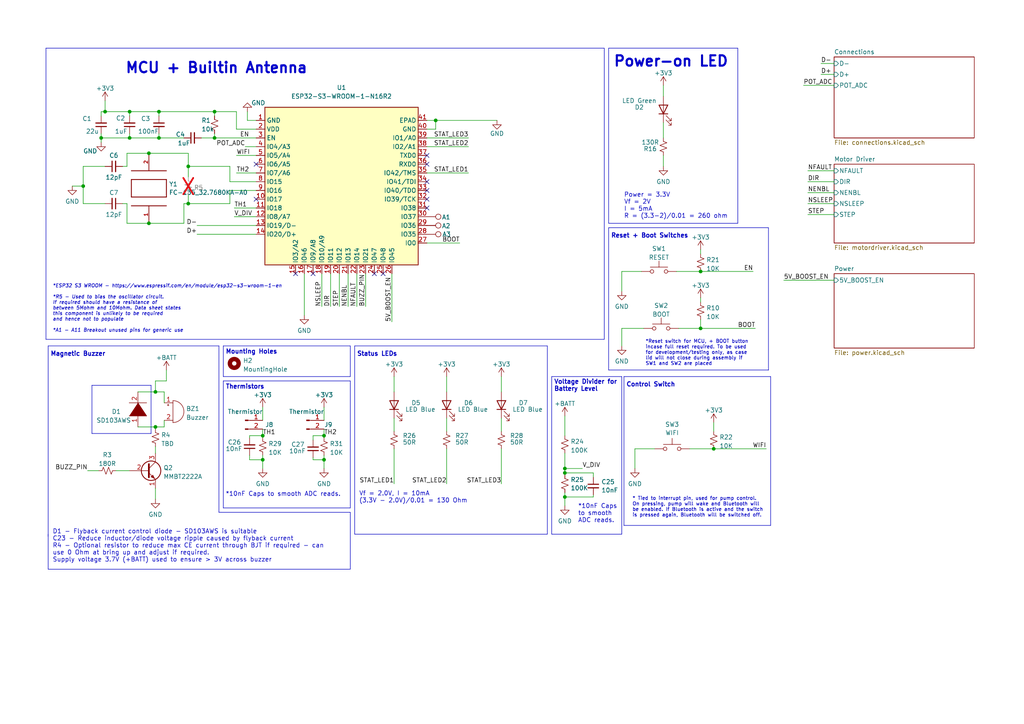
<source format=kicad_sch>
(kicad_sch (version 20250114) (generator "eeschema") (generator_version "9.0")
  (paper "A4")
  (lib_symbols
    (symbol "Connector:Conn_01x02_Male" (pin_names (offset 1.016) (hide yes))
      (property "Reference" "J" (at 0 2.54 0))
      (property "Value" "Conn_01x02_Male" (at 0 -5.08 0))
      (symbol "Conn_01x02_Male_1_1"
        (rectangle (start 0.8636 0.127) (end 0 -0.127) (stroke (width 0.1524)) (fill (type outline)))
        (rectangle (start 0.8636 -2.413) (end 0 -2.667) (stroke (width 0.1524)) (fill (type outline)))
        (polyline (pts (xy 1.27 0) (xy 0.8636 0)) (stroke (width 0.1524)))
        (polyline (pts (xy 1.27 -2.54) (xy 0.8636 -2.54)) (stroke (width 0.1524)))
        (pin passive line (at 5.08 0 180) (length 3.81) (name "Pin_1") (number "1"))
        (pin passive line (at 5.08 -2.54 180) (length 3.81) (name "Pin_2") (number "2"))
      )
    )
    (symbol "Connector:TestPoint" (pin_numbers (hide yes)) (pin_names (offset 0.762) (hide yes))
      (property "Reference" "TP" (at 0 6.858 0))
      (property "Value" "TestPoint" (at 0 5.08 0))
      (symbol "TestPoint_0_1"
        (circle (center 0 3.302) (radius 0.762))
      )
      (symbol "TestPoint_1_1"
        (pin passive line (at 0 0 90) (length 2.54) (name "1") (number "1"))
      )
    )
    (symbol "Device:Buzzer" (pin_names (offset 0.0254) (hide yes))
      (property "Reference" "BZ" (at 3.81 1.27 0))
      (property "Value" "Buzzer" (at 3.81 -1.27 0))
      (symbol "Buzzer_0_1"
        (polyline (pts (xy -1.651 1.905) (xy -1.143 1.905)))
        (polyline (pts (xy -1.397 2.159) (xy -1.397 1.651)))
        (arc (start 0 3.175) (mid 3.1612 0) (end 0 -3.175))
        (polyline (pts (xy 0 3.175) (xy 0 -3.175)))
      )
      (symbol "Buzzer_1_1"
        (pin passive line (at -2.54 2.54 0) (length 2.54) (name "-") (number "1"))
        (pin passive line (at -2.54 -2.54 0) (length 2.54) (name "+") (number "2"))
      )
    )
    (symbol "Device:C_Small" (pin_numbers (hide yes)) (pin_names (offset 0.254) (hide yes))
      (property "Reference" "C" (at 0.254 1.778 0))
      (property "Value" "C_Small" (at 0.254 -2.032 0))
      (symbol "C_Small_0_1"
        (polyline (pts (xy -1.524 0.508) (xy 1.524 0.508)) (stroke (width 0.3048)))
        (polyline (pts (xy -1.524 -0.508) (xy 1.524 -0.508)) (stroke (width 0.3302)))
      )
      (symbol "C_Small_1_1"
        (pin passive line (at 0 2.54 270) (length 2.032) (name "~") (number "1"))
        (pin passive line (at 0 -2.54 90) (length 2.032) (name "~") (number "2"))
      )
    )
    (symbol "Device:LED" (pin_numbers (hide yes)) (pin_names (offset 1.016) (hide yes))
      (property "Reference" "D" (at 0 2.54 0))
      (property "Value" "LED" (at 0 -2.54 0))
      (symbol "LED_0_1"
        (polyline (pts (xy -3.048 -0.762) (xy -4.572 -2.286) (xy -3.81 -2.286) (xy -4.572 -2.286) (xy -4.572 -1.524)))
        (polyline (pts (xy -1.778 -0.762) (xy -3.302 -2.286) (xy -2.54 -2.286) (xy -3.302 -2.286) (xy -3.302 -1.524)))
        (polyline (pts (xy -1.27 0) (xy 1.27 0)))
        (polyline (pts (xy -1.27 -1.27) (xy -1.27 1.27)) (stroke (width 0.254)))
        (polyline (pts (xy 1.27 -1.27) (xy 1.27 1.27) (xy -1.27 0) (xy 1.27 -1.27)) (stroke (width 0.254)))
      )
      (symbol "LED_1_1"
        (pin passive line (at -3.81 0 0) (length 2.54) (name "K") (number "1"))
        (pin passive line (at 3.81 0 180) (length 2.54) (name "A") (number "2"))
      )
    )
    (symbol "Device:R_Small_US" (pin_numbers (hide yes)) (pin_names (offset 0.254) (hide yes))
      (property "Reference" "R" (at 0.762 0.508 0))
      (property "Value" "R_Small_US" (at 0.762 -1.016 0))
      (symbol "R_Small_US_1_1"
        (polyline (pts (xy 0 1.524) (xy 1.016 1.143) (xy 0 0.762) (xy -1.016 0.381) (xy 0 0)))
        (polyline (pts (xy 0 0) (xy 1.016 -0.381) (xy 0 -0.762) (xy -1.016 -1.143) (xy 0 -1.524)))
        (pin passive line (at 0 2.54 270) (length 1.016) (name "~") (number "1"))
        (pin passive line (at 0 -2.54 90) (length 1.016) (name "~") (number "2"))
      )
    )
    (symbol "FC-135_32.7680KA-A0:FC-135_32.7680KA-A0" (pin_names (offset 1.016))
      (property "Reference" "Y" (at -5.0879 6.1055 0))
      (property "Value" "FC-135_32.7680KA-A0" (at -5.0952 -7.6427 0))
      (symbol "FC-135_32.7680KA-A0_0_0"
        (polyline (pts (xy -5.08 5.08) (xy -5.08 -5.08)) (stroke (width 0.254)))
        (polyline (pts (xy -2.54 5.08) (xy 2.54 5.08)) (stroke (width 0.254)))
        (polyline (pts (xy -2.54 -5.08) (xy -2.54 5.08)) (stroke (width 0.254)))
        (polyline (pts (xy 2.54 5.08) (xy 2.54 -5.08)) (stroke (width 0.254)))
        (polyline (pts (xy 2.54 -5.08) (xy -2.54 -5.08)) (stroke (width 0.254)))
        (polyline (pts (xy 5.08 5.08) (xy 5.08 -5.08)) (stroke (width 0.254)))
        (pin passive line (at -10.16 0 0) (length 5.08) (name "~") (number "1"))
        (pin passive line (at 10.16 0 180) (length 5.08) (name "~") (number "2"))
      )
    )
    (symbol "GlucoseWatchschematics:ESP32-S3-WROOM-1"
      (property "Reference" "U" (at -2.54 0 0))
      (property "Value" "ESP32-S3-WROOM-1" (at -11.43 -3.81 0))
      (symbol "ESP32-S3-WROOM-1_0_1"
        (rectangle (start -22.86 21.59) (end 21.59 -24.13) (stroke (width 0.254)) (fill (type background)))
      )
      (symbol "ESP32-S3-WROOM-1_1_1"
        (pin power_in line (at -25.4 17.78 0) (length 2.54) (name "GND") (number "1"))
        (pin power_in line (at -25.4 15.24 0) (length 2.54) (name "VDD") (number "2"))
        (pin input line (at -25.4 12.7 0) (length 2.54) (name "EN") (number "3"))
        (pin bidirectional line (at -25.4 10.16 0) (length 2.54) (name "IO4/A3") (number "4"))
        (pin bidirectional line (at -25.4 7.62 0) (length 2.54) (name "IO5/A4") (number "5"))
        (pin bidirectional line (at -25.4 5.08 0) (length 2.54) (name "IO6/A5") (number "6"))
        (pin bidirectional line (at -25.4 2.54 0) (length 2.54) (name "IO7/A6") (number "7"))
        (pin bidirectional line (at -25.4 0 0) (length 2.54) (name "IO15") (number "8"))
        (pin bidirectional line (at -25.4 -2.54 0) (length 2.54) (name "IO16") (number "9"))
        (pin bidirectional line (at -25.4 -5.08 0) (length 2.54) (name "IO17") (number "10"))
        (pin bidirectional line (at -25.4 -7.62 0) (length 2.54) (name "IO18") (number "11"))
        (pin bidirectional line (at -25.4 -10.16 0) (length 2.54) (name "IO8/A7") (number "12"))
        (pin bidirectional line (at -25.4 -12.7 0) (length 2.54) (name "IO19/D-") (number "13"))
        (pin bidirectional line (at -25.4 -15.24 0) (length 2.54) (name "IO20/D+") (number "14"))
        (pin bidirectional line (at -13.97 -26.67 90) (length 2.54) (name "IO3/A2") (number "15"))
        (pin bidirectional line (at -11.43 -26.67 90) (length 2.54) (name "IO46") (number "16"))
        (pin bidirectional line (at -8.89 -26.67 90) (length 2.54) (name "IO9/A8") (number "17"))
        (pin bidirectional line (at -6.35 -26.67 90) (length 2.54) (name "IO10/A9") (number "18"))
        (pin bidirectional line (at -3.81 -26.67 90) (length 2.54) (name "IO11") (number "19"))
        (pin bidirectional line (at -1.27 -26.67 90) (length 2.54) (name "IO12") (number "20"))
        (pin bidirectional line (at 1.27 -26.67 90) (length 2.54) (name "IO13") (number "21"))
        (pin bidirectional line (at 3.81 -26.67 90) (length 2.54) (name "IO14") (number "22"))
        (pin bidirectional line (at 6.35 -26.67 90) (length 2.54) (name "IO21") (number "23"))
        (pin bidirectional line (at 8.89 -26.67 90) (length 2.54) (name "IO47") (number "24"))
        (pin bidirectional line (at 11.43 -26.67 90) (length 2.54) (name "IO48") (number "25"))
        (pin bidirectional line (at 13.97 -26.67 90) (length 2.54) (name "IO45") (number "26"))
        (pin power_in line (at 24.13 17.78 180) (length 2.54) (name "EPAD") (number "41"))
        (pin power_in line (at 24.13 15.24 180) (length 2.54) (name "GND") (number "40"))
        (pin bidirectional line (at 24.13 12.7 180) (length 2.54) (name "IO1/A0") (number "39"))
        (pin bidirectional line (at 24.13 10.16 180) (length 2.54) (name "IO2/A1") (number "38"))
        (pin output line (at 24.13 7.62 180) (length 2.54) (name "TXD0") (number "37"))
        (pin input line (at 24.13 5.08 180) (length 2.54) (name "RXD0") (number "36"))
        (pin bidirectional line (at 24.13 2.54 180) (length 2.54) (name "IO42/TMS") (number "35"))
        (pin bidirectional line (at 24.13 0 180) (length 2.54) (name "IO41/TDI") (number "34"))
        (pin bidirectional line (at 24.13 -2.54 180) (length 2.54) (name "IO40/TDO") (number "33"))
        (pin bidirectional line (at 24.13 -5.08 180) (length 2.54) (name "IO39/TCK") (number "32"))
        (pin bidirectional line (at 24.13 -7.62 180) (length 2.54) (name "IO38") (number "31"))
        (pin bidirectional line (at 24.13 -10.16 180) (length 2.54) (name "IO37") (number "30"))
        (pin bidirectional line (at 24.13 -12.7 180) (length 2.54) (name "IO36") (number "29"))
        (pin bidirectional line (at 24.13 -15.24 180) (length 2.54) (name "IO35") (number "28"))
        (pin bidirectional line (at 24.13 -17.78 180) (length 2.54) (name "IO0") (number "27"))
      )
    )
    (symbol "Mechanical:MountingHole" (pin_names (offset 1.016))
      (property "Reference" "H" (at 0 5.08 0))
      (property "Value" "MountingHole" (at 0 3.175 0))
      (symbol "MountingHole_0_1"
        (circle (center 0 0) (radius 1.27) (stroke (width 1.27)))
      )
    )
    (symbol "Switch:SW_Push" (pin_numbers (hide yes)) (pin_names (offset 1.016) (hide yes))
      (property "Reference" "SW" (at 1.27 2.54 0))
      (property "Value" "SW_Push" (at 0 -1.524 0))
      (symbol "SW_Push_0_1"
        (circle (center -2.032 0) (radius 0.508))
        (polyline (pts (xy 0 1.27) (xy 0 3.048)))
        (circle (center 2.032 0) (radius 0.508))
        (polyline (pts (xy 2.54 1.27) (xy -2.54 1.27)))
        (pin passive line (at -5.08 0 0) (length 2.54) (name "1") (number "1"))
        (pin passive line (at 5.08 0 180) (length 2.54) (name "2") (number "2"))
      )
    )
    (symbol "Transistor_BJT:2N2219" (pin_names (offset 0) (hide yes))
      (property "Reference" "Q" (at 5.08 1.905 0))
      (property "Value" "2N2219" (at 5.08 0 0))
      (symbol "2N2219_0_1"
        (polyline (pts (xy 0.635 1.905) (xy 0.635 -1.905) (xy 0.635 -1.905)) (stroke (width 0.508)))
        (polyline (pts (xy 0.635 0.635) (xy 2.54 2.54)))
        (polyline (pts (xy 0.635 -0.635) (xy 2.54 -2.54) (xy 2.54 -2.54)))
        (circle (center 1.27 0) (radius 2.8194) (stroke (width 0.254)))
        (polyline (pts (xy 1.27 -1.778) (xy 1.778 -1.27) (xy 2.286 -2.286) (xy 1.27 -1.778) (xy 1.27 -1.778)) (fill (type outline)))
      )
      (symbol "2N2219_1_1"
        (pin passive line (at -5.08 0 0) (length 5.715) (name "B") (number "2"))
        (pin passive line (at 2.54 5.08 270) (length 2.54) (name "C") (number "3"))
        (pin passive line (at 2.54 -5.08 90) (length 2.54) (name "E") (number "1"))
      )
    )
    (symbol "power:+3V3" (power) (pin_names (offset 0))
      (property "Value" "+3V3" (at 0 3.556 0))
      (symbol "+3V3_0_1"
        (polyline (pts (xy -0.762 1.27) (xy 0 2.54)))
        (polyline (pts (xy 0 2.54) (xy 0.762 1.27)))
        (polyline (pts (xy 0 0) (xy 0 2.54)))
      )
      (symbol "+3V3_1_1"
        (pin power_in line (at 0 0 90) (length 0) (hide yes) (name "+3V3") (number "1"))
      )
    )
    (symbol "power:+BATT" (power) (pin_names (offset 0))
      (property "Value" "+BATT" (at 0 3.556 0))
      (symbol "+BATT_0_1"
        (polyline (pts (xy -0.762 1.27) (xy 0 2.54)))
        (polyline (pts (xy 0 2.54) (xy 0.762 1.27)))
        (polyline (pts (xy 0 0) (xy 0 2.54)))
      )
      (symbol "+BATT_1_1"
        (pin power_in line (at 0 0 90) (length 0) (hide yes) (name "+BATT") (number "1"))
      )
    )
    (symbol "power:GND" (power) (pin_names (offset 0))
      (property "Value" "GND" (at 0 -3.81 0))
      (symbol "GND_0_1"
        (polyline (pts (xy 0 0) (xy 0 -1.27) (xy 1.27 -1.27) (xy 0 -2.54) (xy -1.27 -1.27) (xy 0 -1.27)))
      )
      (symbol "GND_1_1"
        (pin power_in line (at 0 0 270) (length 0) (hide yes) (name "GND") (number "1"))
      )
    )
    (symbol "pspice:DIODE" (pin_names (offset 1.016) (hide yes))
      (property "Reference" "D" (at 0 3.81 0))
      (property "Value" "DIODE" (at 0 -4.445 0))
      (symbol "DIODE_0_1"
        (polyline (pts (xy -1.905 2.54) (xy -1.905 -2.54) (xy 1.905 0)) (fill (type outline)))
        (polyline (pts (xy 1.905 2.54) (xy 1.905 -2.54)))
      )
      (symbol "DIODE_1_1"
        (pin input line (at -5.08 0 0) (length 3.81) (name "K") (number "1"))
        (pin input line (at 5.08 0 180) (length 3.81) (name "A") (number "2"))
      )
    )
  )
  (text "Status LEDs" (at 103.505 103.505 0) (effects (font (size 1.27 1.27) (thickness 0.254) (bold yes)) (justify left bottom)))
  (text "*10nF Caps to smooth ADC reads." (at 65.405 144.145 0) (effects (font (size 1.27 1.27)) (justify left bottom)))
  (text "Magnetic Buzzer" (at 14.605 103.505 0) (effects (font (size 1.27 1.27) (thickness 0.254) (bold yes)) (justify left bottom)))
  (text "Power = 3.3V\nVf = 2V\nI = 5mA\nR = (3.3-2)/0.01 = 260 ohm" (at 180.975 63.5 0) (effects (font (size 1.27 1.27)) (justify left bottom)))
  (text "Reset + Boot Switches\n" (at 177.165 69.215 0) (effects (font (size 1.27 1.27) (thickness 0.254) (bold yes)) (justify left bottom)))
  (text "*10nF Caps \nto smooth \nADC reads." (at 167.64 151.765 0) (effects (font (size 1.27 1.27)) (justify left bottom)))
  (text "MCU + Builtin Antenna" (at 36.195 21.59 0) (effects (font (size 3 3) (thickness 0.6) (bold yes)) (justify left bottom)))
  (text "Thermistors" (at 65.405 113.03 0) (effects (font (size 1.27 1.27) (thickness 0.254) (bold yes)) (justify left bottom)))
  (text "*ESP32 S3 WROOM - https://www.espressif.com/en/module/esp32-s3-wroom-1-en\n\n*R5 - Used to bias the oscillator circuit.\nIf required should have a resistance of\nbetween 5Mohm and 10Mohm. Data sheet states\nthis component is unlikely to be required \nand hence not to populate\n\n*A1 - A11 Breakout unused pins for generic use" (at 15.24 96.52 0) (effects (font (size 1 1) (italic yes)) (justify left bottom)))
  (text "Vf = 2.0V, I = 10mA\n(3.3V - 2.0V)/0.01 = 130 Ohm\n" (at 104.14 146.05 0) (effects (font (size 1.27 1.27)) (justify left bottom)))
  (text "Voltage Divider for\nBattery Level" (at 160.655 113.665 0) (effects (font (size 1.27 1.27) (thickness 0.254) (bold yes)) (justify left bottom)))
  (text "Power-on LED" (at 177.8 19.685 0) (effects (font (size 3 3) (thickness 0.6) (bold yes)) (justify left bottom)))
  (text "* Tied to interrupt pin, used for pump control. \nOn pressing, pump will wake and Bluetooth will \nbe enabled. If Bluetooth is active and the switch \nis pressed again, Bluetooth will be switched off." (at 183.388 150.114 0) (effects (font (size 1 1)) (justify left bottom)))
  (text "Control Switch" (at 181.61 112.395 0) (effects (font (size 1.27 1.27) (thickness 0.254) (bold yes)) (justify left bottom)))
  (text "*Reset switch for MCU, + BOOT button\nincase full reset required. To be used \nfor development/testing only, as case \nlid will not close during assembly if \nSW1 and SW2 are placed" (at 187.198 106.172 0) (effects (font (size 1 1)) (justify left bottom)))
  (text "Mounting Holes" (at 65.405 102.87 0) (effects (font (size 1.27 1.27) (thickness 0.254) (bold yes)) (justify left bottom)))
  (text "D1 - Flyback current control diode - SD103AWS is suitable\nC23 - Reduce inductor/diode voltage ripple caused by flyback current\nR4 - Optional resistor to reduce max CE current through BJT if required - can\nuse 0 Ohm at bring up and adjust if required.\nSupply voltage 3.7V (+BATT) used to ensure > 3V across buzzer" (at 15.24 163.195 0) (effects (font (size 1.27 1.27)) (justify left bottom)))
  (junction (at 37.592 40.005))
  (junction (at 76.2 133.35))
  (junction (at 45.085 113.665))
  (junction (at 93.98 133.35))
  (junction (at 29.337 40.005))
  (junction (at 163.83 137.16))
  (junction (at 163.83 144.145))
  (junction (at 126.365 34.925))
  (junction (at 46.101 40.005))
  (junction (at 54.61 48.26))
  (junction (at 54.61 59.055))
  (junction (at 24.13 53.975))
  (junction (at 163.83 135.89))
  (junction (at 62.23 32.385))
  (junction (at 93.98 126.365))
  (junction (at 43.18 44.45))
  (junction (at 207.01 130.175))
  (junction (at 37.592 32.385))
  (junction (at 203.2 78.74))
  (junction (at 203.2 95.25))
  (junction (at 43.18 64.77))
  (junction (at 76.2 126.365))
  (junction (at 45.085 123.825))
  (junction (at 46.101 32.385))
  (junction (at 62.23 40.005))
  (junction (at 30.48 32.385))
  (no_connect (at 74.295 57.785))
  (no_connect (at 123.825 45.085))
  (no_connect (at 90.805 79.375))
  (no_connect (at 123.825 52.705))
  (no_connect (at 123.825 57.785))
  (no_connect (at 123.825 60.325))
  (no_connect (at 108.585 79.375))
  (no_connect (at 111.125 79.375))
  (no_connect (at 123.825 47.625))
  (no_connect (at 123.825 55.245))
  (no_connect (at 74.295 47.625))
  (no_connect (at 85.725 79.375))
  (wire (pts (xy 35.56 59.055) (xy 36.83 59.055)))
  (polyline (pts (xy 13.97 100.33) (xy 63.5 100.33)))
  (wire (pts (xy 93.98 133.35) (xy 93.98 135.89)))
  (wire (pts (xy 113.665 79.375) (xy 113.665 93.345)))
  (polyline (pts (xy 101.6 110.49) (xy 101.6 147.32)))
  (wire (pts (xy 196.85 95.25) (xy 203.2 95.25)))
  (wire (pts (xy 67.945 62.865) (xy 74.295 62.865)))
  (wire (pts (xy 106.045 79.375) (xy 106.045 88.9)))
  (wire (pts (xy 126.365 34.925) (xy 144.145 34.925)))
  (wire (pts (xy 90.805 132.715) (xy 90.805 133.35)))
  (polyline (pts (xy 101.6 148.59) (xy 101.6 165.1)))
  (wire (pts (xy 203.2 86.36) (xy 203.2 87.63)))
  (polyline (pts (xy 64.77 110.49) (xy 101.6 110.49)))
  (wire (pts (xy 163.83 131.445) (xy 163.83 135.89)))
  (wire (pts (xy 100.965 79.375) (xy 100.965 88.9)))
  (wire (pts (xy 163.83 137.16) (xy 163.83 137.795)))
  (wire (pts (xy 45.085 141.605) (xy 45.085 144.78)))
  (wire (pts (xy 24.13 59.055) (xy 30.48 59.055)))
  (wire (pts (xy 29.337 40.005) (xy 37.592 40.005)))
  (wire (pts (xy 145.415 109.22) (xy 145.415 113.665)))
  (polyline (pts (xy 102.87 100.33) (xy 102.87 154.94)))
  (wire (pts (xy 163.83 144.145) (xy 163.83 146.685)))
  (wire (pts (xy 90.805 133.35) (xy 93.98 133.35)))
  (wire (pts (xy 163.83 120.65) (xy 163.83 126.365)))
  (polyline (pts (xy 176.53 107.315) (xy 222.885 107.315)))
  (wire (pts (xy 29.337 38.735) (xy 29.337 40.005)))
  (wire (pts (xy 184.15 130.175) (xy 184.15 135.89)))
  (wire (pts (xy 66.675 55.245) (xy 66.675 59.055)))
  (wire (pts (xy 62.23 40.005) (xy 74.295 40.005)))
  (wire (pts (xy 234.315 49.53) (xy 241.935 49.53)))
  (polyline (pts (xy 63.5 100.33) (xy 63.5 148.59)))
  (wire (pts (xy 114.3 125.095) (xy 114.3 121.285)))
  (polyline (pts (xy 176.53 13.97) (xy 176.53 64.77)))
  (wire (pts (xy 123.825 34.925) (xy 126.365 34.925)))
  (wire (pts (xy 126.365 37.465) (xy 126.365 34.925)))
  (wire (pts (xy 93.345 79.375) (xy 93.345 88.9)))
  (polyline (pts (xy 180.975 109.22) (xy 223.52 109.22)))
  (wire (pts (xy 47.625 113.665) (xy 45.085 113.665)))
  (polyline (pts (xy 180.34 154.94) (xy 160.02 154.94)))
  (wire (pts (xy 72.39 132.08) (xy 72.39 133.35)))
  (wire (pts (xy 88.265 79.375) (xy 88.265 91.44)))
  (wire (pts (xy 163.83 135.89) (xy 168.91 135.89)))
  (polyline (pts (xy 26.67 111.76) (xy 43.815 111.76)))
  (wire (pts (xy 54.61 44.45) (xy 54.61 48.26)))
  (wire (pts (xy 37.592 38.735) (xy 37.592 40.005)))
  (polyline (pts (xy 101.6 100.33) (xy 101.6 109.22)))
  (wire (pts (xy 24.13 53.975) (xy 20.955 53.975)))
  (wire (pts (xy 98.425 79.375) (xy 98.425 88.9)))
  (wire (pts (xy 172.085 143.51) (xy 172.085 144.145)))
  (wire (pts (xy 180.34 100.33) (xy 180.34 95.25)))
  (wire (pts (xy 43.18 64.77) (xy 53.34 64.77)))
  (wire (pts (xy 33.655 136.525) (xy 37.465 136.525)))
  (wire (pts (xy 47.625 121.92) (xy 47.625 123.825)))
  (wire (pts (xy 36.83 44.45) (xy 43.18 44.45)))
  (polyline (pts (xy 13.97 154.94) (xy 13.97 165.1)))
  (wire (pts (xy 103.505 79.375) (xy 103.505 88.9)))
  (wire (pts (xy 35.56 48.26) (xy 36.83 48.26)))
  (polyline (pts (xy 64.77 100.33) (xy 64.77 109.22)))
  (wire (pts (xy 163.83 142.875) (xy 163.83 144.145)))
  (wire (pts (xy 129.54 125.095) (xy 129.54 121.285)))
  (wire (pts (xy 129.54 130.175) (xy 129.54 140.335)))
  (polyline (pts (xy 43.815 111.76) (xy 43.815 125.73)))
  (wire (pts (xy 62.23 38.735) (xy 62.23 40.005)))
  (wire (pts (xy 45.085 129.54) (xy 45.085 131.445)))
  (wire (pts (xy 76.2 132.08) (xy 76.2 133.35)))
  (wire (pts (xy 76.2 118.11) (xy 76.2 121.92)))
  (polyline (pts (xy 160.02 109.22) (xy 180.34 109.22)))
  (wire (pts (xy 66.675 48.26) (xy 66.675 52.705)))
  (wire (pts (xy 93.98 126.365) (xy 93.98 127)))
  (wire (pts (xy 123.825 42.545) (xy 135.89 42.545)))
  (polyline (pts (xy 222.885 107.315) (xy 222.885 66.04)))
  (wire (pts (xy 62.23 32.385) (xy 68.58 32.385)))
  (wire (pts (xy 123.825 50.165) (xy 135.89 50.165)))
  (wire (pts (xy 71.12 42.545) (xy 74.295 42.545)))
  (wire (pts (xy 145.415 130.175) (xy 145.415 140.335)))
  (wire (pts (xy 37.592 32.385) (xy 30.48 32.385)))
  (wire (pts (xy 45.085 110.49) (xy 45.085 113.665)))
  (wire (pts (xy 47.625 116.84) (xy 47.625 113.665)))
  (wire (pts (xy 163.83 135.89) (xy 163.83 137.16)))
  (wire (pts (xy 54.61 48.26) (xy 54.61 51.435)))
  (wire (pts (xy 68.58 45.085) (xy 74.295 45.085)))
  (wire (pts (xy 192.405 35.56) (xy 192.405 40.005)))
  (polyline (pts (xy 64.77 100.33) (xy 101.6 100.33)))
  (wire (pts (xy 233.045 24.765) (xy 241.935 24.765)))
  (wire (pts (xy 93.98 124.46) (xy 93.98 126.365)))
  (wire (pts (xy 40.005 113.665) (xy 45.085 113.665)))
  (polyline (pts (xy 13.335 13.97) (xy 13.335 98.425)))
  (wire (pts (xy 74.295 55.245) (xy 66.675 55.245)))
  (wire (pts (xy 114.3 130.175) (xy 114.3 140.335)))
  (wire (pts (xy 47.625 123.825) (xy 45.085 123.825)))
  (wire (pts (xy 30.48 48.26) (xy 24.13 48.26)))
  (wire (pts (xy 25.4 136.525) (xy 28.575 136.525)))
  (polyline (pts (xy 26.67 111.76) (xy 26.67 125.73)))
  (wire (pts (xy 234.315 59.055) (xy 241.935 59.055)))
  (polyline (pts (xy 176.53 13.97) (xy 213.995 13.97)))
  (wire (pts (xy 76.2 124.46) (xy 76.2 126.365)))
  (wire (pts (xy 184.15 130.175) (xy 189.865 130.175)))
  (wire (pts (xy 37.592 40.005) (xy 46.101 40.005)))
  (wire (pts (xy 172.085 137.16) (xy 163.83 137.16)))
  (wire (pts (xy 180.34 95.25) (xy 186.69 95.25)))
  (wire (pts (xy 200.025 130.175) (xy 207.01 130.175)))
  (wire (pts (xy 203.2 92.71) (xy 203.2 95.25)))
  (wire (pts (xy 90.805 126.365) (xy 93.98 126.365)))
  (polyline (pts (xy 176.53 66.04) (xy 222.885 66.04)))
  (wire (pts (xy 24.13 48.26) (xy 24.13 53.975)))
  (wire (pts (xy 95.885 79.375) (xy 95.885 88.9)))
  (wire (pts (xy 43.18 44.45) (xy 54.61 44.45)))
  (wire (pts (xy 172.085 138.43) (xy 172.085 137.16)))
  (wire (pts (xy 129.54 109.22) (xy 129.54 113.665)))
  (polyline (pts (xy 175.26 13.97) (xy 175.26 98.425)))
  (polyline (pts (xy 101.6 165.1) (xy 13.97 165.1)))
  (polyline (pts (xy 160.02 109.22) (xy 160.02 154.94)))
  (wire (pts (xy 67.945 60.325) (xy 74.295 60.325)))
  (polyline (pts (xy 223.52 152.4) (xy 223.52 109.22)))
  (wire (pts (xy 54.61 48.26) (xy 66.675 48.26)))
  (polyline (pts (xy 176.53 66.04) (xy 176.53 107.315)))
  (wire (pts (xy 192.405 24.765) (xy 192.405 27.94)))
  (wire (pts (xy 46.101 32.385) (xy 37.592 32.385)))
  (wire (pts (xy 238.125 21.59) (xy 241.935 21.59)))
  (wire (pts (xy 37.592 32.385) (xy 37.592 33.655)))
  (wire (pts (xy 58.42 40.005) (xy 62.23 40.005)))
  (wire (pts (xy 207.01 122.555) (xy 207.01 125.095)))
  (polyline (pts (xy 213.995 13.97) (xy 213.995 64.77)))
  (wire (pts (xy 46.101 38.735) (xy 46.101 40.005)))
  (wire (pts (xy 29.337 40.005) (xy 29.337 41.275)))
  (wire (pts (xy 36.83 64.77) (xy 43.18 64.77)))
  (wire (pts (xy 123.825 40.005) (xy 135.89 40.005)))
  (polyline (pts (xy 101.6 109.22) (xy 64.77 109.22)))
  (wire (pts (xy 192.405 45.085) (xy 192.405 48.26)))
  (wire (pts (xy 68.58 32.385) (xy 68.58 37.465)))
  (wire (pts (xy 123.825 70.485) (xy 133.35 70.485)))
  (wire (pts (xy 234.315 55.88) (xy 241.935 55.88)))
  (wire (pts (xy 72.39 133.35) (xy 76.2 133.35)))
  (wire (pts (xy 71.755 34.925) (xy 74.295 34.925)))
  (wire (pts (xy 203.2 95.25) (xy 219.075 95.25)))
  (wire (pts (xy 114.3 109.22) (xy 114.3 113.665)))
  (polyline (pts (xy 101.6 147.32) (xy 64.77 147.32)))
  (wire (pts (xy 46.101 32.385) (xy 46.101 33.655)))
  (polyline (pts (xy 176.53 64.77) (xy 213.995 64.77)))
  (wire (pts (xy 53.34 59.055) (xy 54.61 59.055)))
  (wire (pts (xy 68.58 50.165) (xy 74.295 50.165)))
  (wire (pts (xy 207.01 130.175) (xy 222.25 130.175)))
  (wire (pts (xy 172.085 144.145) (xy 163.83 144.145)))
  (polyline (pts (xy 43.815 125.73) (xy 26.67 125.73)))
  (polyline (pts (xy 63.5 148.59) (xy 101.6 148.59)))
  (wire (pts (xy 145.415 125.095) (xy 145.415 121.285)))
  (wire (pts (xy 72.39 127) (xy 72.39 126.365)))
  (polyline (pts (xy 102.87 100.33) (xy 158.75 100.33)))
  (wire (pts (xy 71.755 32.385) (xy 71.755 34.925)))
  (polyline (pts (xy 13.335 13.97) (xy 175.26 13.97)))
  (wire (pts (xy 68.58 37.465) (xy 74.295 37.465)))
  (wire (pts (xy 93.98 132.08) (xy 93.98 133.35)))
  (wire (pts (xy 48.26 107.315) (xy 48.26 110.49)))
  (wire (pts (xy 29.337 32.385) (xy 29.337 33.655)))
  (wire (pts (xy 93.98 118.11) (xy 93.98 121.92)))
  (wire (pts (xy 203.2 72.39) (xy 203.2 73.66)))
  (wire (pts (xy 227.33 81.28) (xy 241.935 81.28)))
  (wire (pts (xy 57.15 65.405) (xy 74.295 65.405)))
  (polyline (pts (xy 158.75 100.33) (xy 158.75 154.94)))
  (polyline (pts (xy 180.34 109.22) (xy 180.34 154.94)))
  (wire (pts (xy 76.2 133.35) (xy 76.2 135.89)))
  (polyline (pts (xy 222.885 107.315) (xy 222.885 107.315)))
  (wire (pts (xy 123.825 37.465) (xy 126.365 37.465)))
  (wire (pts (xy 66.675 52.705) (xy 74.295 52.705)))
  (wire (pts (xy 30.48 29.21) (xy 30.48 32.385)))
  (polyline (pts (xy 175.26 98.425) (xy 13.335 98.425)))
  (polyline (pts (xy 180.975 109.22) (xy 180.975 152.4)))
  (wire (pts (xy 45.085 123.825) (xy 45.085 124.46)))
  (wire (pts (xy 30.48 32.385) (xy 29.337 32.385)))
  (wire (pts (xy 180.34 78.74) (xy 180.34 84.455)))
  (wire (pts (xy 203.2 78.74) (xy 218.44 78.74)))
  (wire (pts (xy 234.315 52.705) (xy 241.935 52.705)))
  (wire (pts (xy 90.805 127.635) (xy 90.805 126.365)))
  (wire (pts (xy 40.005 123.825) (xy 45.085 123.825)))
  (wire (pts (xy 46.101 32.385) (xy 62.23 32.385)))
  (wire (pts (xy 24.13 53.975) (xy 24.13 59.055)))
  (wire (pts (xy 57.15 67.945) (xy 74.295 67.945)))
  (wire (pts (xy 36.83 48.26) (xy 36.83 44.45)))
  (wire (pts (xy 62.23 32.385) (xy 62.23 33.655)))
  (polyline (pts (xy 13.97 100.33) (xy 13.97 155.575)))
  (wire (pts (xy 180.34 78.74) (xy 186.055 78.74)))
  (wire (pts (xy 238.125 18.415) (xy 241.935 18.415)))
  (wire (pts (xy 53.34 64.77) (xy 53.34 59.055)))
  (wire (pts (xy 72.39 126.365) (xy 76.2 126.365)))
  (wire (pts (xy 36.83 59.055) (xy 36.83 64.77)))
  (polyline (pts (xy 158.75 154.94) (xy 102.87 154.94)))
  (polyline (pts (xy 180.975 152.4) (xy 223.52 152.4)))
  (wire (pts (xy 54.61 56.515) (xy 54.61 59.055)))
  (polyline (pts (xy 64.77 110.49) (xy 64.77 147.32)))
  (wire (pts (xy 196.215 78.74) (xy 203.2 78.74)))
  (wire (pts (xy 48.26 110.49) (xy 45.085 110.49)))
  (wire (pts (xy 46.101 40.005) (xy 53.34 40.005)))
  (wire (pts (xy 76.2 126.365) (xy 76.2 127)))
  (wire (pts (xy 66.675 59.055) (xy 54.61 59.055)))
  (wire (pts (xy 234.315 62.23) (xy 241.935 62.23)))
  (label "BOOT" (at 219.075 95.25 180))
  (label "V_DIV" (at 67.945 62.865 0))
  (label "NFAULT" (at 234.315 49.53 0))
  (label "STEP" (at 98.425 88.9 90))
  (label "STAT_LED1" (at 114.3 140.335 180))
  (label "TH2" (at 68.58 50.165 0))
  (label "DIR" (at 95.885 88.9 90))
  (label "D-" (at 57.15 65.405 180))
  (label "V_DIV" (at 168.91 135.89 0))
  (label "STAT_LED2" (at 135.89 42.545 180))
  (label "STEP" (at 234.315 62.23 0))
  (label "WIFI" (at 68.58 45.085 0))
  (label "D+" (at 57.15 67.945 180))
  (label "NSLEEP" (at 234.315 59.055 0))
  (label "D-" (at 238.125 18.415 0))
  (label "TH2" (at 93.98 126.365 0))
  (label "TH1" (at 76.2 126.365 0))
  (label "5V_BOOST_EN" (at 227.33 81.28 0))
  (label "STAT_LED3" (at 135.89 40.005 180))
  (label "NENBL" (at 234.315 55.88 0))
  (label "POT_ADC" (at 71.12 42.545 180))
  (label "STAT_LED2" (at 129.54 140.335 180))
  (label "BOOT" (at 133.35 70.485 180))
  (label "5V_BOOST_EN" (at 113.665 93.345 90))
  (label "EN" (at 69.596 40.005 0))
  (label "D+" (at 238.125 21.59 0))
  (label "TH1" (at 67.945 60.325 0))
  (label "BUZZ_PIN" (at 106.045 88.9 90))
  (label "STAT_LED1" (at 135.89 50.165 180))
  (label "NSLEEP" (at 93.345 88.9 90))
  (label "NFAULT" (at 103.505 88.9 90))
  (label "POT_ADC" (at 233.045 24.765 0))
  (label "WIFI" (at 222.25 130.175 180))
  (label "NENBL" (at 100.965 88.9 90))
  (label "EN" (at 218.44 78.74 180))
  (label "STAT_LED3" (at 145.415 140.335 180))
  (label "DIR" (at 234.315 52.705 0))
  (label "BUZZ_PIN" (at 25.4 136.525 180))
  (symbol (lib_id "Device:LED") (at 145.415 117.475 90) (unit 1)
    (property "Reference" "D7" (at 151.765 116.84 90))
    (property "Value" "LED Blue" (at 153.035 118.745 90))
    (property "Footprint" "LED_SMD:LED_0603_1608Metric" (effects (hide yes)))
    (property "LCSC" "C72041" (effects (hide yes)))
  )
  (symbol (lib_id "Device:R_Small_US") (at 129.54 127.635 0) (unit 1)
    (property "Reference" "R27" (at 133.985 126.365 0))
    (property "Value" "50R" (at 133.985 128.27 0))
    (property "Footprint" "Resistor_SMD:R_0402_1005Metric" (effects (hide yes)))
    (property "LCSC" "C477760" (effects (hide yes)))
  )
  (symbol (lib_id "power:+3V3") (at 30.48 29.21 0) (unit 1)
    (property "Reference" "#PWR0101" (effects (hide yes)))
    (property "Value" "+3V3" (at 30.48 25.6342 0))
  )
  (symbol (lib_id "Device:R_Small_US") (at 62.23 36.195 0) (unit 1)
    (property "Reference" "R1" (at 58.42 34.925 0) (effects (justify left)))
    (property "Value" "10k" (at 58.42 37.465 0) (effects (justify left)))
    (property "Footprint" "Resistor_SMD:R_0402_1005Metric" (effects (hide yes)))
    (property "LCSC" "C25744" (effects (hide yes)))
  )
  (symbol (lib_id "power:+3V3") (at 145.415 109.22 0) (unit 1)
    (property "Reference" "#PWR024" (effects (hide yes)))
    (property "Value" "+3V3" (at 145.415 105.6442 0))
  )
  (symbol (lib_id "power:+3V3") (at 76.2 118.11 0) (unit 1)
    (property "Reference" "#PWR052" (effects (hide yes)))
    (property "Value" "+3V3" (at 76.2 114.5342 0))
  )
  (symbol (lib_id "power:GND") (at 76.2 135.89 0) (unit 1)
    (property "Reference" "#PWR053" (effects (hide yes)))
    (property "Value" "GND" (at 76.2 140.3334 0))
  )
  (symbol (lib_id "Device:Buzzer") (at 50.165 119.38 0) (unit 1)
    (property "Reference" "BZ1" (at 53.975 118.5453 0) (effects (justify left)))
    (property "Value" "Buzzer" (at 53.975 121.0822 0) (effects (justify left)))
    (property "Footprint" "Bluetooth Pump V2:ST-0503 BUZZER" (effects (hide yes)))
  )
  (symbol (lib_id "Transistor_BJT:2N2219") (at 42.545 136.525 0) (unit 1)
    (property "Reference" "Q2" (at 47.3964 135.6903 0) (effects (justify left)))
    (property "Value" "MMBT2222A" (at 47.3964 138.2272 0) (effects (justify left)))
    (property "Footprint" "Package_TO_SOT_SMD:SOT-23" (effects (hide yes)))
    (property "Datasheet" "http://www.onsemi.com/pub_link/Collateral/2N2219-D.PDF" (effects (hide yes)))
    (property "LCSC" "C2891810" (effects (hide yes)))
  )
  (symbol (lib_id "Device:C_Small") (at 172.085 140.97 0) (unit 1)
    (property "Reference" "C25" (at 174.4091 139.7642 0) (effects (justify left)))
    (property "Value" "10nF" (at 174.4091 142.1884 0) (effects (justify left)))
    (property "Footprint" "Capacitor_SMD:C_0402_1005Metric" (effects (hide yes)))
    (property "LCSC" "C2167195" (effects (hide yes)))
  )
  (symbol (lib_id "Device:C_Small") (at 55.88 40.005 90) (unit 1)
    (property "Reference" "C4" (at 52.324 38.989 90))
    (property "Value" "1uF" (at 53.34 41.529 90))
    (property "Footprint" "Capacitor_SMD:C_0402_1005Metric" (effects (hide yes)))
    (property "Datasheet" "https://www.digikey.co.nz/en/products/detail/tdk-corporation/C1005X5R1E105K050BC/3648556?s=N4IgjCBcoKxaBjKAzAhgGwM4FMA0IB7KAbRAGYA2CgDjICYQBdfABwBcoQBlNgJwEsAdgHMQAX3xgALPBBJIaLHkIlwMAJx0pAdhCSADNW1SGzEO048BI8ZIqz5inPiKRSZdWBjUmrDpG4%2BIVEJcF1oORQMZxU3EBMtfV0zCwCrYNsQCnUHKKUXVSl9dSkwexT-QOsQyXVqHIjHaOVXUn0mULp9KQbEPJjW8AACAFaAMV9zSoBVQX42AHlkAFlsVEwAV15sTIBaBkaoPg2W1ThGUN3eyMhj07iIC7ExIA" (effects (hide yes)))
    (property "LCSC" "C2887021" (effects (hide yes)))
  )
  (symbol (lib_id "power:+3V3") (at 192.405 24.765 0) (unit 1)
    (property "Reference" "#PWR027" (effects (hide yes)))
    (property "Value" "+3V3" (at 192.405 21.1892 0))
  )
  (symbol (lib_id "Device:R_Small_US") (at 163.83 140.335 0) (unit 1)
    (property "Reference" "R25" (at 165.481 139.1229 0) (effects (justify left)))
    (property "Value" "100K" (at 165.481 141.5471 0) (effects (justify left)))
    (property "Footprint" "Resistor_SMD:R_0402_1005Metric" (effects (hide yes)))
    (property "LCSC" "C319963" (effects (hide yes)))
  )
  (symbol (lib_id "power:GND") (at 93.98 135.89 0) (unit 1)
    (property "Reference" "#PWR055" (effects (hide yes)))
    (property "Value" "GND" (at 93.98 140.3334 0))
  )
  (symbol (lib_id "power:+BATT") (at 163.83 120.65 0) (unit 1)
    (property "Reference" "#PWR01" (effects (hide yes)))
    (property "Value" "+BATT" (at 163.83 117.0742 0))
  )
  (symbol (lib_id "power:GND") (at 192.405 48.26 0) (unit 1)
    (property "Reference" "#PWR049" (effects (hide yes)))
    (property "Value" "GND" (at 192.405 52.7034 0))
  )
  (symbol (lib_id "Connector:TestPoint") (at 123.825 65.405 270) (unit 1) (in_bom no)
    (property "Reference" "A2" (at 128.143 65.532 90) (effects (justify left)))
    (property "Value" "A0" (effects (hide yes)))
    (property "Footprint" "TestPoint:TestPoint_THTPad_1.0x1.0mm_Drill0.5mm" (effects (hide yes)))
  )
  (symbol (lib_id "power:+3V3") (at 203.2 86.36 0) (unit 1)
    (property "Reference" "#PWR058" (effects (hide yes)))
    (property "Value" "+3V3" (at 203.2 82.7842 0))
  )
  (symbol (lib_id "Device:C_Small") (at 29.337 36.195 180) (unit 1)
    (property "Reference" "C1" (at 23.876 34.417 0) (effects (justify right)))
    (property "Value" "22u" (at 24.892 38.1 0) (effects (justify right)))
    (property "Footprint" "Capacitor_SMD:C_0402_1005Metric" (effects (hide yes)))
    (property "Datasheet" "https://www.digikey.co.nz/en/products/detail/samsung-electro-mechanics/CL05A226MQ5N6J8/7320595" (effects (hide yes)))
    (property "LCSC" "C2179118" (effects (hide yes)))
  )
  (symbol (lib_id "power:GND") (at 29.337 41.275 0) (unit 1)
    (property "Reference" "#PWR02" (effects (hide yes)))
    (property "Value" "GND" (at 26.162 43.815 0))
  )
  (symbol (lib_id "FC-135_32.7680KA-A0:FC-135_32.7680KA-A0") (at 43.18 54.61 90) (unit 1)
    (property "Reference" "Y1" (at 49.022 53.3979 90) (effects (justify right)))
    (property "Value" "FC-135_32.7680KA-A0" (at 49.022 55.8221 90) (effects (justify right)))
    (property "Footprint" "FC-135_32.7680KA-A0:XTAL_FC-135_32.7680KA-A0" (effects (hide yes)))
    (property "Description" "\n32.768 kHz ±20ppm Crystal 12.5pF 70 kOhms 2-SMD, No Lead\n" (effects (hide yes)))
    (property "MF" "EPSON" (effects (hide yes)))
    (property "DESCRIPTION" "32.7680 Khz 20ppm 12.5pf" (effects (hide yes)))
    (property "PACKAGE" "SMD-2 Epson" (effects (hide yes)))
    (property "PRICE" "0.33 USD" (effects (hide yes)))
    (property "Package" "SMD-2 Epson" (effects (hide yes)))
    (property "Check_prices" "https://www.snapeda.com/parts/FC-135%2032.7680KA-A0/EPSON/view-part/?ref=eda" (effects (hide yes)))
    (property "STANDARD" "Manufacturer Recommendation" (effects (hide yes)))
    (property "SnapEDA_Link" "https://www.snapeda.com/parts/FC-135%2032.7680KA-A0/EPSON/view-part/?ref=snap" (effects (hide yes)))
    (property "MP" "FC-135 32.7680KA-A0" (effects (hide yes)))
    (property "Purchase-URL" "https://pricing.snapeda.com/search?q=FC-135 32.7680KA-A0&ref=eda" (effects (hide yes)))
    (property "Price" "None" (effects (hide yes)))
    (property "Availability" "In Stock" (effects (hide yes)))
    (property "AVAILABILITY" "Good" (effects (hide yes)))
    (property "LCSC" "C841881" (effects (hide yes)))
  )
  (symbol (lib_id "Connector:TestPoint") (at 123.825 62.865 270) (unit 1) (in_bom no)
    (property "Reference" "A1" (at 128.143 62.992 90) (effects (justify left)))
    (property "Value" "A0" (effects (hide yes)))
    (property "Footprint" "TestPoint:TestPoint_THTPad_1.0x1.0mm_Drill0.5mm" (effects (hide yes)))
  )
  (symbol (lib_id "Device:C_Small") (at 37.592 36.195 180) (unit 1)
    (property "Reference" "C2" (at 36.322 34.29 0) (effects (justify left)))
    (property "Value" "1uF" (at 36.957 38.1 0) (effects (justify left)))
    (property "Footprint" "Capacitor_SMD:C_0402_1005Metric" (effects (hide yes)))
    (property "Datasheet" "https://www.digikey.co.nz/en/products/detail/tdk-corporation/C1005X5R1E105K050BC/3648556?s=N4IgjCBcoKxaBjKAzAhgGwM4FMA0IB7KAbRAGYA2CgDjICYQBdfABwBcoQBlNgJwEsAdgHMQAX3xgALPBBJIaLHkIlwMAJx0pAdhCSADNW1SGzEO048BI8ZIqz5inPiKRSZdWBjUmrDpG4%2BIVEJcF1oORQMZxU3EBMtfV0zCwCrYNsQCnUHKKUXVSl9dSkwexT-QOsQyXVqHIjHaOVXUn0mULp9KQbEPJjW8AACAFaAMV9zSoBVQX42AHlkAFlsVEwAV15sTIBaBkaoPg2W1ThGUN3eyMhj07iIC7ExIA" (effects (hide yes)))
    (property "LCSC" "C2887021" (effects (hide yes)))
  )
  (symbol (lib_id "Connector:Conn_01x02_Male") (at 88.9 121.92 0) (unit 1)
    (property "Reference" "J9" (at 95.25 123.19 0))
    (property "Value" "Thermistor" (at 88.9 119.38 0))
    (property "Footprint" "Connector_PinHeader_1.27mm:PinHeader_1x02_P1.27mm_Vertical" (effects (hide yes)))
  )
  (symbol (lib_id "Device:R_Small_US") (at 76.2 129.54 0) (unit 1)
    (property "Reference" "R29" (at 77.851 128.7053 0) (effects (justify left)))
    (property "Value" "10K" (at 77.851 131.2422 0) (effects (justify left)))
    (property "Footprint" "Resistor_SMD:R_0402_1005Metric" (effects (hide yes)))
    (property "LCSC" "C25744" (effects (hide yes)))
  )
  (symbol (lib_id "power:GND") (at 71.755 32.385 180) (unit 1)
    (property "Reference" "#PWR03" (effects (hide yes)))
    (property "Value" "GND" (at 74.93 29.845 0))
  )
  (symbol (lib_id "Device:R_Small_US") (at 93.98 129.54 0) (unit 1)
    (property "Reference" "R31" (at 95.631 128.7053 0) (effects (justify left)))
    (property "Value" "10K" (at 95.631 131.2422 0) (effects (justify left)))
    (property "Footprint" "Resistor_SMD:R_0402_1005Metric" (effects (hide yes)))
    (property "LCSC" "C25744" (effects (hide yes)))
  )
  (symbol (lib_id "Device:LED") (at 129.54 117.475 90) (unit 1)
    (property "Reference" "D6" (at 135.89 116.84 90))
    (property "Value" "LED Blue" (at 137.16 118.745 90))
    (property "Footprint" "LED_SMD:LED_0603_1608Metric" (effects (hide yes)))
    (property "LCSC" "C72041" (effects (hide yes)))
  )
  (symbol (lib_id "Device:R_Small_US") (at 207.01 127.635 0) (unit 1)
    (property "Reference" "R22" (at 208.661 126.8003 0) (effects (justify left)))
    (property "Value" "10K" (at 208.661 129.3372 0) (effects (justify left)))
    (property "Footprint" "Resistor_SMD:R_0402_1005Metric" (effects (hide yes)))
    (property "LCSC" "C25744" (effects (hide yes)))
  )
  (symbol (lib_id "Device:LED") (at 114.3 117.475 90) (unit 1)
    (property "Reference" "D5" (at 120.65 116.84 90))
    (property "Value" "LED Blue" (at 121.92 118.745 90))
    (property "Footprint" "LED_SMD:LED_0603_1608Metric" (effects (hide yes)))
    (property "LCSC" "C72041" (effects (hide yes)))
  )
  (symbol (lib_id "Connector:Conn_01x02_Male") (at 71.12 121.92 0) (unit 1)
    (property "Reference" "J8" (at 78.105 123.19 0))
    (property "Value" "Thermistor" (at 71.12 119.38 0))
    (property "Footprint" "Connector_PinHeader_1.27mm:PinHeader_1x02_P1.27mm_Vertical" (effects (hide yes)))
  )
  (symbol (lib_id "Device:R_Small_US") (at 145.415 127.635 0) (unit 1)
    (property "Reference" "R28" (at 149.86 126.365 0))
    (property "Value" "50R" (at 149.86 128.27 0))
    (property "Footprint" "Resistor_SMD:R_0402_1005Metric" (effects (hide yes)))
    (property "LCSC" "C477760" (effects (hide yes)))
  )
  (symbol (lib_id "power:+3V3") (at 203.2 72.39 0) (unit 1)
    (property "Reference" "#PWR059" (effects (hide yes)))
    (property "Value" "+3V3" (at 203.2 68.8142 0))
  )
  (symbol (lib_id "Mechanical:MountingHole") (at 67.945 105.41 0) (unit 1)
    (property "Reference" "H2" (at 70.485 104.5753 0) (effects (justify left)))
    (property "Value" "MountingHole" (at 70.485 107.1122 0) (effects (justify left)))
    (property "Footprint" "MountingHole:MountingHole_2.2mm_M2_ISO7380_Pad_TopBottom" (effects (hide yes)))
  )
  (symbol (lib_id "power:GND") (at 20.955 53.975 0) (unit 1)
    (property "Reference" "#PWR05" (effects (hide yes)))
    (property "Value" "GND" (at 20.955 58.4184 0))
  )
  (symbol (lib_id "Switch:SW_Push") (at 191.135 78.74 0) (unit 1)
    (property "Reference" "SW1" (at 191.135 72.1192 0))
    (property "Value" "RESET" (at 191.135 74.6561 0))
    (property "Footprint" "Button_Switch_SMD:SW_DIP_SPSTx01_Slide_6.7x4.1mm_W6.73mm_P2.54mm_LowProfile_JPin" (effects (hide yes)))
  )
  (symbol (lib_id "Device:R_Small_US") (at 31.115 136.525 90) (unit 1)
    (property "Reference" "R3" (at 31.115 131.9362 90))
    (property "Value" "180R" (at 31.115 134.4731 90))
    (property "Footprint" "Resistor_SMD:R_0402_1005Metric" (effects (hide yes)))
    (property "LCSC" "C911962" (effects (hide yes)))
  )
  (symbol (lib_id "power:GND") (at 45.085 144.78 0) (unit 1)
    (property "Reference" "#PWR050" (effects (hide yes)))
    (property "Value" "GND" (at 45.085 149.2234 0))
  )
  (symbol (lib_id "Device:R_Small_US") (at 203.2 76.2 0) (unit 1)
    (property "Reference" "R21" (at 204.851 75.3653 0) (effects (justify left)))
    (property "Value" "10K" (at 204.851 77.9022 0) (effects (justify left)))
    (property "Footprint" "Resistor_SMD:R_0402_1005Metric" (effects (hide yes)))
    (property "LCSC" "C25744" (effects (hide yes)))
  )
  (symbol (lib_id "Device:R_Small_US") (at 203.2 90.17 0) (unit 1)
    (property "Reference" "R10" (at 204.851 89.3353 0) (effects (justify left)))
    (property "Value" "10K" (at 204.851 91.8722 0) (effects (justify left)))
    (property "Footprint" "Resistor_SMD:R_0402_1005Metric" (effects (hide yes)))
    (property "LCSC" "C25744" (effects (hide yes)))
  )
  (symbol (lib_id "power:GND") (at 180.34 100.33 0) (unit 1)
    (property "Reference" "#PWR057" (effects (hide yes)))
    (property "Value" "GND" (at 180.34 104.7734 0))
  )
  (symbol (lib_id "Switch:SW_Push") (at 194.945 130.175 0) (unit 1)
    (property "Reference" "SW3" (at 194.945 123.1097 0))
    (property "Value" "WIFI" (at 194.945 125.5339 0))
    (property "Footprint" "Button_Switch_SMD:SW_DIP_SPSTx01_Slide_6.7x4.1mm_W6.73mm_P2.54mm_LowProfile_JPin" (effects (hide yes)))
  )
  (symbol (lib_id "power:+3V3") (at 129.54 109.22 0) (unit 1)
    (property "Reference" "#PWR09" (effects (hide yes)))
    (property "Value" "+3V3" (at 129.54 105.6442 0))
  )
  (symbol (lib_id "power:+3V3") (at 207.01 122.555 0) (unit 1)
    (property "Reference" "#PWR065" (effects (hide yes)))
    (property "Value" "+3V3" (at 207.01 118.9792 0))
  )
  (symbol (lib_id "power:GND") (at 144.145 34.925 0) (unit 1)
    (property "Reference" "#PWR06" (effects (hide yes)))
    (property "Value" "GND" (at 144.145 38.735 0))
  )
  (symbol (lib_id "Device:R_Small_US") (at 163.83 128.905 0) (unit 1)
    (property "Reference" "R24" (at 165.481 128.0703 0) (effects (justify left)))
    (property "Value" "100K" (at 165.481 130.6072 0) (effects (justify left)))
    (property "Footprint" "Resistor_SMD:R_0402_1005Metric" (effects (hide yes)))
    (property "LCSC" "C319963" (effects (hide yes)))
  )
  (symbol (lib_id "Device:C_Small") (at 33.02 48.26 90) (unit 1)
    (property "Reference" "C6" (at 33.02 45.085 90))
    (property "Value" "12pF" (at 33.02 51.435 90))
    (property "Footprint" "Capacitor_SMD:C_0402_1005Metric" (effects (hide yes)))
    (property "LCSC" "C2235030" (effects (hide yes)))
  )
  (symbol (lib_id "Device:C_Small") (at 72.39 129.54 180) (unit 1)
    (property "Reference" "C26" (at 66.04 128.27 0) (effects (justify right)))
    (property "Value" "10nF" (at 65.405 130.175 0) (effects (justify right)))
    (property "Footprint" "Capacitor_SMD:C_0402_1005Metric" (effects (hide yes)))
    (property "LCSC" "C2167195" (effects (hide yes)))
  )
  (symbol (lib_id "Switch:SW_Push") (at 191.77 95.25 0) (unit 1)
    (property "Reference" "SW2" (at 191.77 88.6292 0))
    (property "Value" "BOOT" (at 191.77 91.1661 0))
    (property "Footprint" "Button_Switch_SMD:SW_DIP_SPSTx01_Slide_6.7x4.1mm_W6.73mm_P2.54mm_LowProfile_JPin" (effects (hide yes)))
  )
  (symbol (lib_id "Device:C_Small") (at 90.805 130.175 180) (unit 1)
    (property "Reference" "C27" (at 84.455 128.905 0) (effects (justify right)))
    (property "Value" "10nF" (at 83.82 130.81 0) (effects (justify right)))
    (property "Footprint" "Capacitor_SMD:C_0402_1005Metric" (effects (hide yes)))
    (property "LCSC" "C2167195" (effects (hide yes)))
  )
  (symbol (lib_id "power:+BATT") (at 48.26 107.315 0) (unit 1)
    (property "Reference" "#PWR0103" (effects (hide yes)))
    (property "Value" "+BATT" (at 48.26 103.7392 0))
  )
  (symbol (lib_id "Device:C_Small") (at 46.101 36.195 0) (unit 1)
    (property "Reference" "C3" (at 40.894 34.417 0) (effects (justify left)))
    (property "Value" "100nF" (at 40.005 38.1 0) (effects (justify left)))
    (property "Footprint" "Capacitor_SMD:C_0402_1005Metric" (effects (hide yes)))
    (property "Datasheet" "https://www.digikey.co.nz/en/products/detail/murata-electronics/GRM155C71H104JE19D/8323490" (effects (hide yes)))
    (property "LCSC" "C913614" (effects (hide yes)))
  )
  (symbol (lib_id "Device:R_Small_US") (at 114.3 127.635 0) (unit 1)
    (property "Reference" "R26" (at 118.745 126.365 0))
    (property "Value" "50R" (at 118.745 128.27 0))
    (property "Footprint" "Resistor_SMD:R_0402_1005Metric" (effects (hide yes)))
    (property "LCSC" "C477760" (effects (hide yes)))
  )
  (symbol (lib_id "power:+3V3") (at 93.98 118.11 0) (unit 1)
    (property "Reference" "#PWR054" (effects (hide yes)))
    (property "Value" "+3V3" (at 93.98 114.5342 0))
  )
  (symbol (lib_id "GlucoseWatchschematics:ESP32-S3-WROOM-1") (at 99.695 52.705 0) (unit 1)
    (property "Reference" "U1" (at 99.06 25.4 0))
    (property "Value" "ESP32-S3-WROOM-1-N16R2" (at 99.06 27.94 0))
    (property "Footprint" "GlucoseWatchFootprints:ESP32-S3-WROOM-1" (effects (hide yes)))
    (property "Datasheet" "https://www.espressif.com/sites/default/files/documentation/esp32-s3-wroom-1_wroom-1u_datasheet_en.pdf" (effects (hide yes)))
    (property "Digikey" "https://www.digikey.co.nz/en/products/detail/espressif-systems/ESP32-S3-WROOM-1-N16R2/16162644" (effects (hide yes)))
    (property "LCSC" "C2913202" (effects (hide yes)))
  )
  (symbol (lib_id "Device:C_Small") (at 33.02 59.055 270) (unit 1)
    (property "Reference" "C7" (at 33.02 55.88 90))
    (property "Value" "12pF" (at 33.02 62.23 90))
    (property "Footprint" "Capacitor_SMD:C_0402_1005Metric" (effects (hide yes)))
    (property "LCSC" "C2235030" (effects (hide yes)))
  )
  (symbol (lib_id "Device:R_Small_US") (at 45.085 127 180) (unit 1)
    (property "Reference" "R4" (at 46.736 126.1653 0) (effects (justify right)))
    (property "Value" "TBD" (at 46.736 128.7022 0) (effects (justify right)))
    (property "Footprint" "Resistor_SMD:R_0402_1005Metric" (effects (hide yes)))
    (property "LCSC" "C17168" (effects (hide yes)))
  )
  (symbol (lib_id "Device:R_Small_US") (at 54.61 53.975 0) (unit 1) (dnp yes)
    (property "Reference" "R5" (at 56.261 54.4088 0) (effects (justify left)))
    (property "Value" "TBD" (effects (hide yes)))
    (property "Footprint" "Resistor_SMD:R_0402_1005Metric" (effects (hide yes)))
  )
  (symbol (lib_id "Connector:TestPoint") (at 123.825 67.945 270) (unit 1) (in_bom no)
    (property "Reference" "A3" (at 128.27 67.945 90) (effects (justify left)))
    (property "Value" "A0" (effects (hide yes)))
    (property "Footprint" "TestPoint:TestPoint_THTPad_1.0x1.0mm_Drill0.5mm" (effects (hide yes)))
  )
  (symbol (lib_id "Device:R_Small_US") (at 192.405 42.545 0) (unit 1)
    (property "Reference" "R16" (at 188.595 43.18 0))
    (property "Value" "130R" (at 188.595 41.275 0))
    (property "Footprint" "Resistor_SMD:R_0402_1005Metric" (effects (hide yes)))
    (property "LCSC" "C270649" (effects (hide yes)))
  )
  (symbol (lib_id "Device:LED") (at 192.405 31.75 90) (unit 1)
    (property "Reference" "D2" (at 185.42 31.115 90))
    (property "Value" "LED Green" (at 185.42 29.21 90))
    (property "Footprint" "LED_SMD:LED_0603_1608Metric" (effects (hide yes)))
    (property "LCSC" "C84264" (effects (hide yes)))
  )
  (symbol (lib_id "power:GND") (at 163.83 146.685 0) (unit 1)
    (property "Reference" "#PWR07" (effects (hide yes)))
    (property "Value" "GND" (at 163.83 151.1284 0))
  )
  (symbol (lib_id "power:GND") (at 88.265 91.44 0) (unit 1)
    (property "Reference" "#PWR040" (effects (hide yes)))
    (property "Value" "GND" (at 88.265 95.8834 0))
  )
  (symbol (lib_id "pspice:DIODE") (at 40.005 118.745 90) (unit 1)
    (property "Reference" "D1" (at 32.385 119.38 90) (effects (justify right)))
    (property "Value" "SD103AWS" (at 27.94 121.92 90) (effects (justify right)))
    (property "Footprint" "Diode_SMD:D_SOD-323" (effects (hide yes)))
    (property "LCSC" "C181207" (effects (hide yes)))
  )
  (symbol (lib_id "power:+3V3") (at 114.3 109.22 0) (unit 1)
    (property "Reference" "#PWR08" (effects (hide yes)))
    (property "Value" "+3V3" (at 114.3 105.6442 0))
  )
  (symbol (lib_id "power:GND") (at 180.34 84.455 0) (unit 1)
    (property "Reference" "#PWR04" (effects (hide yes)))
    (property "Value" "GND" (at 180.34 88.8984 0))
  )
  (symbol (lib_id "power:GND") (at 184.15 135.89 0) (unit 1)
    (property "Reference" "#PWR064" (effects (hide yes)))
    (property "Value" "GND" (at 184.15 140.3334 0))
  )
  (sheet (at 241.935 16.51) (size 40.64 23.495) (stroke (width 0.1524))
    (property "Sheetname" "Connections" (at 241.935 15.7984 0) (effects (justify left bottom)))
    (property "Sheetfile" "connections.kicad_sch" (at 241.935 40.5896 0) (effects (justify left top)))
    (pin "D-" input (at 241.935 18.415 180))
    (pin "D+" input (at 241.935 21.59 180))
    (pin "POT_ADC" input (at 241.935 24.765 180))
  )
  (sheet (at 241.935 79.375) (size 40.64 21.59) (stroke (width 0.1524))
    (property "Sheetname" "Power" (at 241.935 78.6634 0) (effects (justify left bottom)))
    (property "Sheetfile" "power.kicad_sch" (at 241.935 101.5496 0) (effects (justify left top)))
    (pin "5V_BOOST_EN" input (at 241.935 81.28 180))
  )
  (sheet (at 241.935 47.625) (size 40.64 22.86) (stroke (width 0.1524))
    (property "Sheetname" "Motor Driver" (at 241.935 46.9134 0) (effects (justify left bottom)))
    (property "Sheetfile" "motordriver.kicad_sch" (at 241.935 71.0696 0) (effects (justify left top)))
    (pin "NFAULT" input (at 241.935 49.53 180))
    (pin "DIR" input (at 241.935 52.705 180))
    (pin "NENBL" input (at 241.935 55.88 180))
    (pin "NSLEEP" input (at 241.935 59.055 180))
    (pin "STEP" input (at 241.935 62.23 180))
  )
)
</source>
